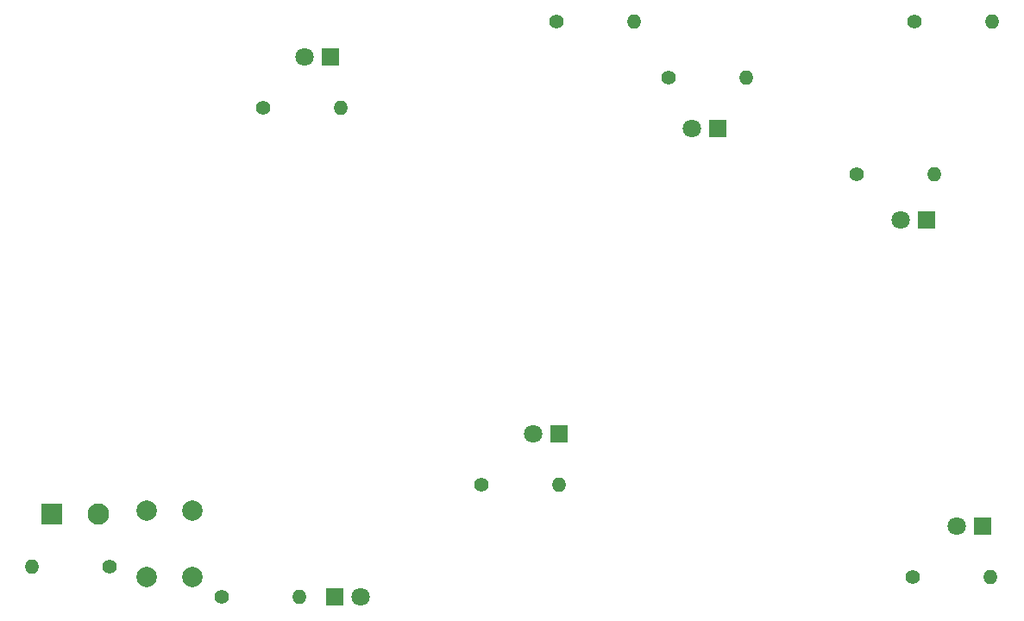
<source format=gbr>
%TF.GenerationSoftware,KiCad,Pcbnew,8.0.6*%
%TF.CreationDate,2025-02-06T10:41:56-08:00*%
%TF.ProjectId,Decorative PCB for Amaia,4465636f-7261-4746-9976-652050434220,V2*%
%TF.SameCoordinates,Original*%
%TF.FileFunction,Soldermask,Bot*%
%TF.FilePolarity,Negative*%
%FSLAX46Y46*%
G04 Gerber Fmt 4.6, Leading zero omitted, Abs format (unit mm)*
G04 Created by KiCad (PCBNEW 8.0.6) date 2025-02-06 10:41:56*
%MOMM*%
%LPD*%
G01*
G04 APERTURE LIST*
G04 Aperture macros list*
%AMRoundRect*
0 Rectangle with rounded corners*
0 $1 Rounding radius*
0 $2 $3 $4 $5 $6 $7 $8 $9 X,Y pos of 4 corners*
0 Add a 4 corners polygon primitive as box body*
4,1,4,$2,$3,$4,$5,$6,$7,$8,$9,$2,$3,0*
0 Add four circle primitives for the rounded corners*
1,1,$1+$1,$2,$3*
1,1,$1+$1,$4,$5*
1,1,$1+$1,$6,$7*
1,1,$1+$1,$8,$9*
0 Add four rect primitives between the rounded corners*
20,1,$1+$1,$2,$3,$4,$5,0*
20,1,$1+$1,$4,$5,$6,$7,0*
20,1,$1+$1,$6,$7,$8,$9,0*
20,1,$1+$1,$8,$9,$2,$3,0*%
G04 Aperture macros list end*
%ADD10R,1.800000X1.800000*%
%ADD11C,1.800000*%
%ADD12RoundRect,0.250001X-0.799999X-0.799999X0.799999X-0.799999X0.799999X0.799999X-0.799999X0.799999X0*%
%ADD13C,2.100000*%
%ADD14C,1.400000*%
%ADD15O,1.400000X1.400000*%
%ADD16C,2.000000*%
G04 APERTURE END LIST*
D10*
%TO.C,D6*%
X126000000Y-60500000D03*
D11*
X123460000Y-60500000D03*
%TD*%
D10*
%TO.C,D1*%
X126460000Y-113500000D03*
D11*
X129000000Y-113500000D03*
%TD*%
D12*
%TO.C,J1*%
X98650000Y-105360000D03*
D13*
X103250000Y-105360000D03*
%TD*%
D14*
%TO.C,R9*%
X119380000Y-65500000D03*
D15*
X127000000Y-65500000D03*
%TD*%
D14*
%TO.C,R1*%
X148190000Y-57000000D03*
D15*
X155810000Y-57000000D03*
%TD*%
D14*
%TO.C,R2*%
X183380000Y-57000000D03*
D15*
X191000000Y-57000000D03*
%TD*%
D14*
%TO.C,R7*%
X140880000Y-102500000D03*
D15*
X148500000Y-102500000D03*
%TD*%
D14*
%TO.C,R6*%
X159190000Y-62500000D03*
D15*
X166810000Y-62500000D03*
%TD*%
D10*
%TO.C,D2*%
X190040000Y-106500000D03*
D11*
X187500000Y-106500000D03*
%TD*%
D10*
%TO.C,D3*%
X164000000Y-67500000D03*
D11*
X161460000Y-67500000D03*
%TD*%
D14*
%TO.C,R4*%
X115380000Y-113500000D03*
D15*
X123000000Y-113500000D03*
%TD*%
D14*
%TO.C,R8*%
X177690000Y-72000000D03*
D15*
X185310000Y-72000000D03*
%TD*%
D10*
%TO.C,D5*%
X184500000Y-76500000D03*
D11*
X181960000Y-76500000D03*
%TD*%
D14*
%TO.C,R5*%
X183190000Y-111500000D03*
D15*
X190810000Y-111500000D03*
%TD*%
D10*
%TO.C,D4*%
X148500000Y-97500000D03*
D11*
X145960000Y-97500000D03*
%TD*%
D16*
%TO.C,SW1*%
X112500000Y-105000000D03*
X112500000Y-111500000D03*
X108000000Y-105000000D03*
X108000000Y-111500000D03*
%TD*%
D14*
%TO.C,R3*%
X104310000Y-110500000D03*
D15*
X96690000Y-110500000D03*
%TD*%
M02*

</source>
